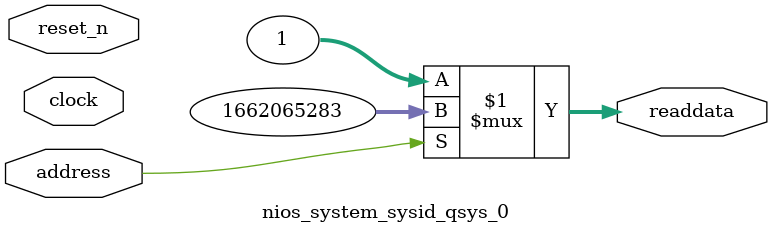
<source format=v>



// synthesis translate_off
`timescale 1ns / 1ps
// synthesis translate_on

// turn off superfluous verilog processor warnings 
// altera message_level Level1 
// altera message_off 10034 10035 10036 10037 10230 10240 10030 

module nios_system_sysid_qsys_0 (
               // inputs:
                address,
                clock,
                reset_n,

               // outputs:
                readdata
             )
;

  output  [ 31: 0] readdata;
  input            address;
  input            clock;
  input            reset_n;

  wire    [ 31: 0] readdata;
  //control_slave, which is an e_avalon_slave
  assign readdata = address ? 1662065283 : 1;

endmodule



</source>
